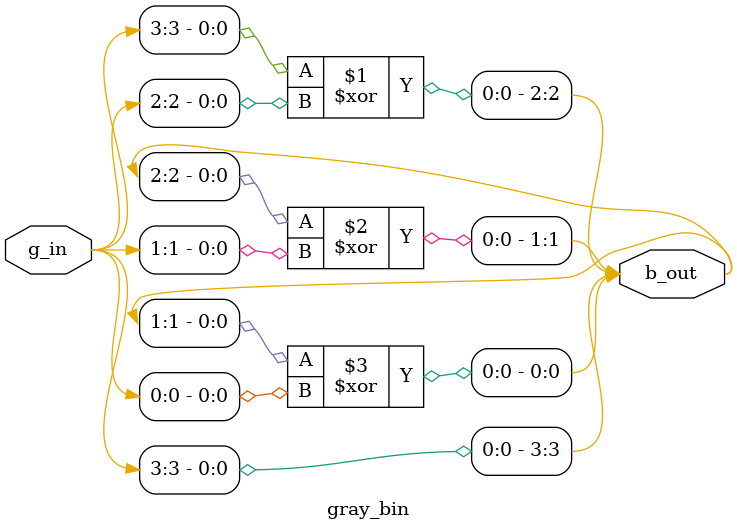
<source format=v>

module gray_bin 
#(parameter WIDTH2 = 4)
( g_in , b_out);

input [WIDTH2-1:0] g_in ;
output [WIDTH2-1:0] b_out ;


assign b_out[3] = g_in [3];
assign b_out[2] = b_out[3]^g_in[2];
assign b_out[1] = b_out[2]^g_in[1];
assign b_out[0] = b_out[1]^g_in[0] ;


endmodule

</source>
